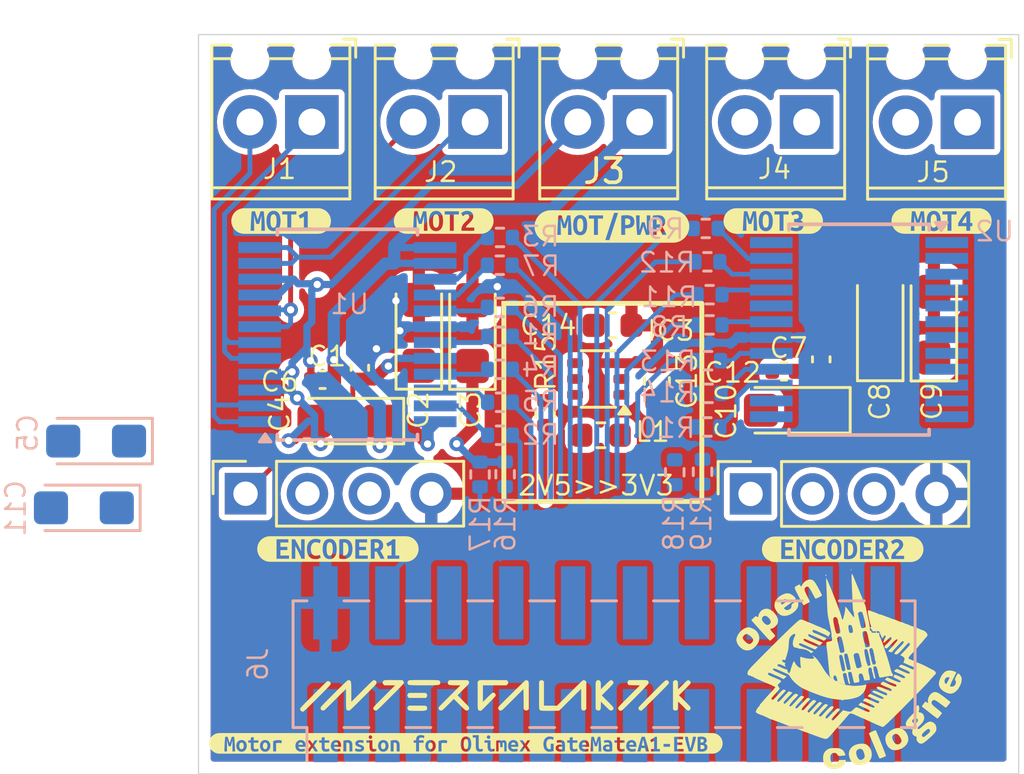
<source format=kicad_pcb>
(kicad_pcb (version 20240108) (generator "pcbnew") (generator_version "8.0")
  (layers (0 "F.Cu" signal) (1 "In1.Cu" signal) (2 "In2.Cu" signal) (31 "B.Cu" signal) (34 "B.Paste" user) (35 "F.Paste" user) (36 "B.SilkS" user "B.Silkscreen") (37 "F.SilkS" user "F.Silkscreen") (38 "B.Mask" user) (39 "F.Mask" user) (44 "Edge.Cuts" user))
  (net 0 "")
  (net 1 "+3V3")
  (net 2 "GND")
  (net 3 "VCC_MOTOR")
  (net 4 "GND1")
  (net 5 "+2V5")
  (net 8 "Net-(J1-Pin_1)")
  (net 9 "Net-(J1-Pin_2)")
  (net 10 "Net-(J2-Pin_2)")
  (net 11 "Net-(J2-Pin_1)")
  (net 12 "Net-(J4-Pin_1)")
  (net 13 "Net-(J4-Pin_2)")
  (net 14 "Net-(J5-Pin_2)")
  (net 15 "Net-(J5-Pin_1)")
  (net 16 "/NB_A3")
  (net 17 "/NB_A8")
  (net 18 "/NB_B8")
  (net 19 "/NB_B5")
  (net 20 "/NB_A0")
  (net 21 "/NB_B4")
  (net 22 "/NB_A7")
  (net 23 "/NB_B6")
  (net 24 "/NB_A4")
  (net 25 "/NB_B2")
  (net 26 "/NB_A5")
  (net 27 "/NB_B3")
  (net 28 "/NB_A2")
  (net 29 "/NB_B7")
  (net 30 "/NB_A1")
  (net 31 "/NB_A6")
  (net 32 "/NB_B0")
  (net 33 "/NB_B1")
  (net 34 "Net-(U1-STBY)")
  (net 35 "Net-(U1-PWMA)")
  (net 36 "Net-(U1-PWMB)")
  (net 37 "Net-(U1-AIN1)")
  (net 38 "Net-(U1-AIN2)")
  (net 39 "Net-(U1-BIN1)")
  (net 40 "Net-(U1-BIN2)")
  (net 41 "Net-(U2-STBY)")
  (net 42 "Net-(U2-PWMA)")
  (net 43 "Net-(U2-PWMB)")
  (net 44 "Net-(U2-AIN1)")
  (net 45 "Net-(U2-AIN2)")
  (net 46 "Net-(U2-BIN1)")
  (net 47 "Net-(U2-BIN2)")
  (net 48 "/MOTOR_1/STBY")
  (net 49 "/MOTOR_2/STBY")
  (footprint "Capacitor_Tantalum_SMD:CP_EIA-3216-18_Kemet-A" (layer "F.Cu") (at 87.95 72.2875 90)
    (property "Reference" "C3")
    (property "Value" "10u")
  )
  (footprint "Capacitor_SMD:C_0402_1005Metric" (layer "F.Cu") (at 102.26 73.365 90)
    (property "Reference" "C7")
    (property "Value" "100n")
  )
  (footprint "Capacitor_Tantalum_SMD:CP_EIA-3216-18_Kemet-A" (layer "F.Cu") (at 85.75 72.2775 90)
    (property "Reference" "C2")
    (property "Value" "10u")
  )
  (footprint "kibuzzard-6746334D" (layer "F.Cu") (at 103.14 81.16)
    (property "Reference" "kibuzzard-6746334D" (hide yes))
    (property "Value" "G***" (hide yes))
  )
  (footprint "Resistor_SMD:R_0402_1005Metric" (layer "F.Cu") (at 90.93 75.57 90)
    (property "Reference" "R15")
    (property "Value" "10K")
  )
  (footprint "kibuzzard-674632E9" (layer "F.Cu") (at 100.29 67.685)
    (property "Reference" "kibuzzard-674632E9" (hide yes))
    (property "Value" "G***" (hide yes))
  )
  (footprint "Capacitor_SMD:C_0402_1005Metric" (layer "F.Cu") (at 83.33 73.71 90)
    (property "Reference" "C1")
    (property "Value" "100n")
  )
  (footprint "kibuzzard-67463311" (layer "F.Cu") (at 86.77 67.685)
    (property "Reference" "kibuzzard-67463311" (hide yes))
    (property "Value" "G***" (hide yes))
  )
  (footprint "Capacitor_Tantalum_SMD:CP_EIA-3216-18_Kemet-A" (layer "F.Cu") (at 101.1375 75.455 180)
    (property "Reference" "C10")
    (property "Value" "10u")
  )
  (footprint "Capacitor_Tantalum_SMD:CP_EIA-3216-18_Kemet-A" (layer "F.Cu") (at 104.68 71.9325 90)
    (property "Reference" "C8")
    (property "Value" "10u")
  )
  (footprint "kibuzzard-674632F5" (layer "F.Cu") (at 93.67 67.91)
    (property "Reference" "kibuzzard-674632F5" (hide yes))
    (property "Value" "G***" (hide yes))
  )
  (footprint "Connector_PinSocket_2.54mm:PinSocket_1x04_P2.54mm_Vertical" (layer "F.Cu") (at 99.36 78.89 90)
    (property "Reference" "J8" (hide yes))
    (property "Value" "ENC2")
  )
  (footprint "Package_TO_SOT_SMD:SOT-363_SC-70-6" (layer "F.Cu") (at 93.11 74.17 180)
    (property "Reference" "IC3")
    (property "Value" "TLV61225DC")
  )
  (footprint "Capacitor_Tantalum_SMD:CP_EIA-3216-18_Kemet-A" (layer "F.Cu") (at 106.88 71.9425 90)
    (property "Reference" "C9")
    (property "Value" "10u")
  )
  (footprint "TerminalBlock_Phoenix:TerminalBlock_Phoenix_MPT-0,5-2-2.54_1x02_P2.54mm_Horizontal" (layer "F.Cu") (at 101.66 63.62 180)
    (property "Reference" "J4")
    (property "Value" "MOTOR1")
  )
  (footprint "kibuzzard-674632D6" (layer "F.Cu") (at 107.196359 67.685)
    (property "Reference" "kibuzzard-674632D6" (hide yes))
    (property "Value" "G***" (hide yes))
  )
  (footprint "Connector_PinSocket_2.54mm:PinSocket_1x04_P2.54mm_Vertical" (layer "F.Cu") (at 78.64 78.88 90)
    (property "Reference" "J7" (hide yes))
    (property "Value" "ENC1")
  )
  (footprint "TerminalBlock_Phoenix:TerminalBlock_Phoenix_MPT-0,5-2-2.54_1x02_P2.54mm_Horizontal" (layer "F.Cu") (at 94.81 63.62 180)
    (property "Reference" "J3")
    (property "Value" "VCC_MOTOR")
  )
  (footprint "kibuzzard-674632A1" (layer "F.Cu") (at 80.1 67.685)
    (property "Reference" "kibuzzard-674632A1" (hide yes))
    (property "Value" "G***" (hide yes))
  )
  (footprint "kibuzzard-6746333A" (layer "F.Cu") (at 82.43 81.15)
    (property "Reference" "kibuzzard-6746333A" (hide yes))
    (property "Value" "G***" (hide yes))
  )
  (footprint "Capacitor_Tantalum_SMD:CP_EIA-3216-18_Kemet-A" (layer "F.Cu") (at 82.82 75.9 180)
    (property "Reference" "C4")
    (property "Value" "10u")
  )
  (footprint "Capacitor_SMD:C_0402_1005Metric" (layer "F.Cu") (at 81.8 74.2 180)
    (property "Reference" "C6")
    (property "Value" "100n")
  )
  (footprint "PCM_Intergalaktik:Intergalaktik logo" (layer "F.Cu") (at 88.93 87.04)
    (property "Reference" "G***" (hide yes))
    (property "Value" "LOGO" (hide yes))
  )
  (footprint "TerminalBlock_Phoenix:TerminalBlock_Phoenix_MPT-0,5-2-2.54_1x02_P2.54mm_Horizontal" (layer "F.Cu") (at 108.26 63.63 180)
    (property "Reference" "J5")
    (property "Value" "MOTOR2")
  )
  (footprint "kibuzzard-67464255" (layer "F.Cu") (at 87.68 89.13)
    (property "Reference" "kibuzzard-67464255" (hide yes))
    (property "Value" "G***" (hide yes))
  )
  (footprint "TerminalBlock_Phoenix:TerminalBlock_Phoenix_MPT-0,5-2-2.54_1x02_P2.54mm_Horizontal" (layer "F.Cu") (at 88.06 63.62 180)
    (property "Reference" "J2")
    (property "Value" "MOTOR2")
  )
  (footprint "Inductor_SMD:L_0603_1608Metric" (layer "F.Cu") (at 93.22 76.48)
    (property "Reference" "L1")
    (property "Value" "4.7uH")
  )
  (footprint "Capacitor_SMD:C_0603_1608Metric" (layer "F.Cu") (at 93.7 71.97)
    (property "Reference" "C14")
    (property "Value" "10uF")
  )
  (footprint "Cologne:open_cologne" (layer "F.Cu") (at 103.283146 86.105736)
    (property "Reference" "G***" (hide yes))
    (property "Value" "LOGO" (hide yes))
  )
  (footprint "Capacitor_SMD:C_0402_1005Metric" (layer "F.Cu") (at 100.73 73.855 180)
    (property "Reference" "C12")
    (property "Value" "100n")
  )
  (footprint "Capacitor_SMD:C_0603_1608Metric" (layer "F.Cu") (at 95.52 74.255 90)
    (property "Reference" "C13")
    (property "Value" "10uF")
  )
  (footprint "TerminalBlock_Phoenix:TerminalBlock_Phoenix_MPT-0,5-2-2.54_1x02_P2.54mm_Horizontal" (layer "F.Cu") (at 81.36 63.62 180)
    (property "Reference" "J1")
    (property "Value" "MOTOR1")
  )
  (footprint "Resistor_SMD:R_0402_1005Metric" (layer "B.Cu") (at 89.08 72.420001 180)
    (property "Reference" "R1")
    (property "Value" "R200")
  )
  (footprint "Resistor_SMD:R_0402_1005Metric" (layer "B.Cu") (at 97.64 74.76)
    (property "Reference" "R14")
    (property "Value" "R200")
  )
  (footprint "Resistor_SMD:R_0402_1005Metric" (layer "B.Cu") (at 89.08 68.36 180)
    (property "Reference" "R3")
    (property "Value" "R200")
  )
  (footprint "Resistor_SMD:R_0402_1005Metric" (layer "B.Cu") (at 89.07 71.23 180)
    (property "Reference" "R6")
    (property "Value" "R200")
  )
  (footprint "Resistor_SMD:R_0402_1005Metric" (layer "B.Cu") (at 89.08 76.48 180)
    (property "Reference" "R2")
    (property "Value" "R200")
  )
  (footprint "Resistor_SMD:R_0402_1005Metric" (layer "B.Cu") (at 97.68 70.71)
    (property "Reference" "R11")
    (property "Value" "R200")
  )
  (footprint "Package_SO:SSOP-24_5.3x8.2mm_P0.65mm" (layer "B.Cu") (at 82.82 72.35)
    (property "Reference" "U1")
    (property "Value" "TB6612FNG")
  )
  (footprint "Resistor_SMD:R_0402_1005Metric" (layer "B.Cu") (at 89.08 75.126667 180)
    (property "Reference" "R5")
    (property "Value" "R200")
  )
  (footprint "Resistor_SMD:R_0402_1005Metric" (layer "B.Cu") (at 89.08 73.773334 180)
    (property "Reference" "R4")
    (property "Value" "R200")
  )
  (footprint "Resistor_SMD:R_0402_1005Metric" (layer "B.Cu") (at 88.26 78.09 -90)
    (property "Reference" "R17")
    (property "Value" "10K")
  )
  (footprint "Resistor_SMD:R_0402_1005Metric" (layer "B.Cu") (at 89.29 78.08 -90)
    (property "Reference" "R16")
    (property "Value" "10K")
  )
  (footprint "Connector_PinSocket_2.54mm:PinSocket_2x10_P2.54mm_Vertical_SMD" (layer "B.Cu") (at 93.35 85.88 -90)
    (property "Reference" "J6")
    (property "Value" "MISC")
  )
  (footprint "Resistor_SMD:R_0402_1005Metric" (layer "B.Cu") (at 97.59 76.14)
    (property "Reference" "R10")
    (property "Value" "R200")
  )
  (footprint "Resistor_SMD:R_0402_1005Metric" (layer "B.Cu") (at 89.07 69.5 180)
    (property "Reference" "R7")
    (property "Value" "R200")
  )
  (footprint "Resistor_SMD:R_0402_1005Metric" (layer "B.Cu") (at 97.39 77.98 -90)
    (property "Reference" "R19")
    (property "Value" "10K")
  )
  (footprint "Resistor_SMD:R_0402_1005Metric" (layer "B.Cu") (at 96.25 78 -90)
    (property "Reference" "R18")
    (property "Value" "10K")
  )
  (footprint "Package_SO:SSOP-24_5.3x8.2mm_P0.65mm" (layer "B.Cu") (at 103.81 72.145 180)
    (property "Reference" "U2")
    (property "Value" "TB6612FNG")
  )
  (footprint "Resistor_SMD:R_0402_1005Metric" (layer "B.Cu") (at 97.62 73.42)
    (property "Reference" "R13")
    (property "Value" "R200")
  )
  (footprint "Resistor_SMD:R_0402_1005Metric" (layer "B.Cu") (at 97.52 67.99)
    (property "Reference" "R9")
    (property "Value" "R200")
  )
  (footprint "Capacitor_Tantalum_SMD:CP_EIA-3216-18_Kemet-A" (layer "B.Cu") (at 72.0075 79.46 180)
    (property "Reference" "C11")
    (property "Value" "10u")
  )
  (footprint "Capacitor_Tantalum_SMD:CP_EIA-3216-18_Kemet-A" (layer "B.Cu") (at 72.51 76.72 180)
    (property "Reference" "C5")
    (property "Value" "10u")
  )
  (footprint "Resistor_SMD:R_0402_1005Metric" (layer "B.Cu") (at 97.68 71.95)
    (property "Reference" "R8")
    (property "Value" "R200")
  )
  (footprint "Resistor_SMD:R_0402_1005Metric" (layer "B.Cu") (at 97.59 69.36)
    (property "Reference" "R12")
    (property "Value" "R200")
  )
  (gr_rect (start 89.237282 71.066668) (end 97.36 79.2) (stroke (width 0.2)) (fill none) (layer "F.SilkS"))
  (gr_rect (start 76.71 60.03) (end 110.36 90.38) (stroke (width 0.05)) (fill none) (layer "Edge.Cuts"))
  (gr_text "2V5>>3V3" (at 89.76 79.01 0) (layer "F.SilkS") (effects (font (size 0.8 0.8) (thickness 0.1)) (justify left bottom)))
  (segment (start 87.95 76.18) (end 87.3 76.83) (width 0.5) (layer "F.Cu") (net 1))
  (segment (start 83.91 74.19) (end 84.4725 73.6275) (width 0.5) (layer "F.Cu") (net 1))
  (segment (start 87.94 73.6275) (end 87.95 73.6375) (width 0.5) (layer "F.Cu") (net 1))
  (segment (start 85.75 73.6275) (end 87.94 73.6275) (width 0.5) (layer "F.Cu") (net 1))
  (segment (start 83.33 74.19) (end 83.91 74.19) (width 0.5) (layer "F.Cu") (net 1))
  (segment (start 87.95 73.6375) (end 87.95 76.18) (width 0.5) (layer "F.Cu") (net 1))
  (segment (start 83.04 74.48) (end 83.04 77.2) (width 0.2) (layer "F.Cu") (net 1))
  (segment (start 84.4875 73.6275) (end 84.5 73.64) (width 0.5) (layer "F.Cu") (net 1))
  (segment (start 83.33 74.19) (end 83.04 74.48) (width 0.2) (layer "F.Cu") (net 1))
  (segment (start 79.89 77.63) (end 78.64 78.88) (width 0.2) (layer "F.Cu") (net 1))
  (segment (start 84.5125 73.6275) (end 85.75 73.6275) (width 0.5) (layer "F.Cu") (net 1))
  (segment (start 82.61 77.63) (end 79.89 77.63) (width 0.2) (layer "F.Cu") (net 1))
  (segment (start 84.4725 73.6275) (end 84.4875 73.6275) (width 0.5) (layer "F.Cu") (net 1))
  (segment (start 83.04 77.2) (end 82.61 77.63) (width 0.2) (layer "F.Cu") (net 1))
  (segment (start 84.5 73.64) (end 84.5125 73.6275) (width 0.5) (layer "F.Cu") (net 1))
  (via (at 84.5 73.64) (size 0.6) (drill 0.3) (layers "F.Cu" "B.Cu") (net 1))
  (via (at 87.3 76.83) (size 0.6) (drill 0.3) (layers "F.Cu" "B.Cu") (net 1))
  (segment (start 88.05 77.58) (end 87.3 76.83) (width 0.3) (layer "B.Cu") (net 1))
  (segment (start 86.42 73.325) (end 84.815 73.325) (width 0.3) (layer "B.Cu") (net 1))
  (segment (start 89.29 77.57) (end 89.28 77.58) (width 0.3) (layer "B.Cu") (net 1))
  (segment (start 89.28 77.58) (end 88.26 77.58) (width 0.3) (layer "B.Cu") (net 1))
  (segment (start 84.815 73.325) (end 84.5 73.64) (width 0.3) (layer "B.Cu") (net 1))
  (segment (start 88.26 77.58) (end 88.05 77.58) (width 0.3) (layer "B.Cu") (net 1))
  (segment (start 87.94 70.9275) (end 87.95 70.9375) (width 0.5) (layer "F.Cu") (net 2))
  (segment (start 87.95 70.9375) (end 88.4125 70.9375) (width 0.5) (layer "F.Cu") (net 2))
  (segment (start 85.75 70.9275) (end 84.8425 70.9275) (width 0.5) (layer "F.Cu") (net 2))
  (segment (start 83.63 72.93) (end 83.33 73.23) (width 0.2) (layer "F.Cu") (net 2))
  (segment (start 84.8425 70.9275) (end 84.81 70.96) (width 0.5) (layer "F.Cu") (net 2))
  (segment (start 88.4125 70.9375) (end 88.97 70.38) (width 0.5) (layer "F.Cu") (net 2))
  (segment (start 84.01 72.93) (end 83.63 72.93) (width 0.2) (layer "F.Cu") (net 2))
  (segment (start 85.75 70.9275) (end 87.94 70.9275) (width 0.5) (layer "F.Cu") (net 2))
  (via (at 84.97 72.19) (size 0.6) (drill 0.3) (layers "F.Cu" "B.Cu") (net 2))
  (via (at 84.81 70.96) (size 0.6) (drill 0.3) (layers "F.Cu" "B.Cu") (net 2))
  (via (at 84.01 72.93) (size 0.6) (drill 0.3) (layers "F.Cu" "B.Cu") (net 2))
  (via (at 88.97 70.38) (size 0.6) (drill 0.3) (layers "F.Cu" "B.Cu") (net 2))
  (segment (start 85.135 72.025) (end 84.97 72.19) (width 0.2) (layer "B.Cu") (net 2))
  (segment (start 86.42 72.025) (end 85.135 72.025) (width 0.2) (layer "B.Cu") (net 2))
  (segment (start 82.26 74.18) (end 82.28 74.2) (width 0.5) (layer "F.Cu") (net 3))
  (segment (start 84.17 75.9) (end 84.15 75.92) (width 0.5) (layer "F.Cu") (net 3))
  (segment (start 82.26 73.38) (end 82.26 74.18) (width 0.5) (layer "F.Cu") (net 3))
  (segment (start 85.17 75.9) (end 86.11 76.84) (width 0.5) (layer "F.Cu") (net 3))
  (segment (start 84.17 75.9) (end 85.17 75.9) (width 0.5) (layer "F.Cu") (net 3))
  (segment (start 84.15 75.92) (end 84.15 76.91) (width 0.5) (layer "F.Cu") (net 3))
  (via (at 82.26 73.38) (size 0.6) (drill 0.3) (layers "F.Cu" "B.Cu") (net 3))
  (via (at 86.11 76.84) (size 0.6) (drill 0.3) (layers "F.Cu" "B.Cu") (net 3))
  (via (at 84.15 76.91) (size 0.6) (drill 0.3) (layers "F.Cu" "B.Cu") (net 3))
  (segment (start 86.42 68.775) (end 84.755 68.775) (width 0.3) (layer "B.Cu") (net 3))
  (segment (start 91.24 67.19) (end 94.81 63.62) (width 0.5) (layer "B.Cu") (net 3))
  (segment (start 84.755 68.685) (end 86.25 67.19) (width 0.5) (layer "B.Cu") (net 3))
  (segment (start 86.42 69.425) (end 84.745 69.425) (width 0.3) (layer "B.Cu") (net 3))
  (segment (start 84.755 68.775) (end 84.755 68.685) (width 0.5) (layer "B.Cu") (net 3))
  (segment (start 84.745 69.425) (end 84.74 69.43) (width 0.3) (layer "B.Cu") (net 3))
  (segment (start 86.11 76.84) (end 86.11 76.26) (width 0.5) (layer "B.Cu") (net 3))
  (segment (start 84.15 76.91) (end 84.15 75.27) (width 0.5) (layer "B.Cu") (net 3))
  (segment (start 86.11 76.26) (end 86.42 75.95) (width 0.5) (layer "B.Cu") (net 3))
  (segment (start 84.74 69.43) (end 84.74 68.79) (width 0.5) (layer "B.Cu") (net 3))
  (segment (start 82.26 73.38) (end 82.26 71.55) (width 0.5) (layer "B.Cu") (net 3))
  (segment (start 86.25 67.19) (end 91.24 67.19) (width 0.5) (layer "B.Cu") (net 3))
  (segment (start 84.74 68.79) (end 84.755 68.775) (width 0.5) (layer "B.Cu") (net 3))
  (segment (start 84.38 69.43) (end 84.74 69.43) (width 0.5) (layer "B.Cu") (net 3))
  (segment (start 82.26 71.55) (end 84.38 69.43) (width 0.5) (layer "B.Cu") (net 3))
  (segment (start 84.15 75.27) (end 82.26 73.38) (width 0.5) (layer "B.Cu") (net 3))
  (segment (start 80.67 76.7) (end 80.41 76.7) (width 0.3) (layer "F.Cu") (net 4))
  (segment (start 81.32 73.44) (end 81.3 73.42) (width 0.3) (layer "F.Cu") (net 4))
  (segment (start 81.47 75.9) (end 81.47 76.58) (width 0.3) (layer "F.Cu") (net 4))
  (segment (start 80.76 74.95) (end 81.47 75.66) (width 0.3) (layer "F.Cu") (net 4))
  (segment (start 81.47 75.9) (end 80.67 76.7) (width 0.3) (layer "F.Cu") (net 4))
  (segment (start 81.32 74.2) (end 81.32 73.44) (width 0.3) (layer "F.Cu") (net 4))
  (segment (start 81.47 76.58) (end 81.72 76.83) (width 0.3) (layer "F.Cu") (net 4))
  (segment (start 81.47 75.66) (end 81.47 75.9) (width 0.3) (layer "F.Cu") (net 4))
  (via (at 80.76 74.95) (size 0.6) (drill 0.3) (layers "F.Cu" "B.Cu") (net 4))
  (via (at 81.58 70.29) (size 0.6) (drill 0.3) (layers "F.Cu" "B.Cu") (net 4))
  (via (at 80.41 76.7) (size 0.6) (drill 0.3) (layers "F.Cu" "B.Cu") (net 4))
  (via (at 81.72 76.83) (size 0.6) (drill 0.3) (layers "F.Cu" "B.Cu") (net 4))
  (via (at 80.55 73.88) (size 0.6) (drill 0.3) (layers "F.Cu" "B.Cu") (net 4))
  (via (at 81.3 73.42) (size 0.6) (drill 0.3) (layers "F.Cu" "B.Cu") (net 4))
  (segment (start 80.455 73.975) (end 79.22 73.975) (width 0.3) (layer "B.Cu") (net 4))
  (segment (start 81.36 70.51) (end 81.36 71.82) (width 0.3) (layer "B.Cu") (net 4))
  (segment (start 80.55 73.88) (end 80.455 73.975) (width 0.3) (layer "B.Cu") (net 4))
  (segment (start 81.47 75.9) (end 81.47 76.58) (width 0.3) (layer "B.Cu") (net 4))
  (segment (start 79.22 70.725) (end 79.965 70.725) (width 0.3) (layer "B.Cu") (net 4))
  (segment (start 81.16 73.28) (end 81.3 73.42) (width 0.3) (layer "B.Cu") (net 4))
  (segment (start 80.76 74.95) (end 81.47 75.66) (width 0.3) (layer "B.Cu") (net 4))
  (segment (start 80.55 73.5) (end 80.55 73.88) (width 0.3) (layer "B.Cu") (net 4))
  (segment (start 80.76 74.95) (end 80.55 74.74) (width 0.3) (layer "B.Cu") (net 4))
  (segment (start 81.47 75.9) (end 81.21 75.9) (width 0.3) (layer "B.Cu") (net 4))
  (segment (start 82.16005 70.29) (end 86.23005 66.22) (width 0.3) (layer "B.Cu") (net 4))
  (segment (start 80.435 74.625) (end 79.22 74.625) (width 0.3) (layer "B.Cu") (net 4))
  (segment (start 92.27 63.72) (end 92.27 63.62) (width 0.3) (layer "B.Cu") (net 4))
  (segment (start 80.55 74.74) (end 80.55 73.5) (width 0.3) (layer "B.Cu") (net 4))
  (segment (start 89.77 66.22) (end 92.27 63.72) (width 0.3) (layer "B.Cu") (net 4))
  (segment (start 81.58 70.29) (end 82.16005 70.29) (width 0.3) (layer "B.Cu") (net 4))
  (segment (start 81.16 72.89) (end 81.16 73.28) (width 0.3) (layer "B.Cu") (net 4))
  (segment (start 79.965 70.725) (end 80.615 70.075) (width 0.3) (layer "B.Cu") (net 4))
  (segment (start 80.76 74.95) (end 80.435 74.625) (width 0.3) (layer "B.Cu") (net 4))
  (segment (start 81.58 70.29) (end 81.36 70.51) (width 0.3) (layer "B.Cu") (net 4))
  (segment (start 81.47 76.58) (end 81.72 76.83) (width 0.3) (layer "B.Cu") (net 4))
  (segment (start 81.47 75.66) (end 81.47 75.9) (width 0.3) (layer "B.Cu") (net 4))
  (segment (start 81.16 72.02) (end 81.16 72.89) (width 0.3) (layer "B.Cu") (net 4))
  (segment (start 81.55 70.26) (end 80.8 70.26) (width 0.3) (layer "B.Cu") (net 4))
  (segment (start 81.21 75.9) (end 80.41 76.7) (width 0.3) (layer "B.Cu") (net 4))
  (segment (start 81.58 70.29) (end 81.55 70.26) (width 0.3) (layer "B.Cu") (net 4))
  (segment (start 86.23005 66.22) (end 89.77 66.22) (width 0.3) (layer "B.Cu") (net 4))
  (segment (start 79.22 70.075) (end 80.615 70.075) (width 0.3) (layer "B.Cu") (net 4))
  (segment (start 81.36 71.82) (end 81.16 72.02) (width 0.3) (layer "B.Cu") (net 4))
  (segment (start 81.16 72.89) (end 80.55 73.5) (width 0.3) (layer "B.Cu") (net 4))
  (segment (start 80.8 70.26) (end 80.615 70.075) (width 0.3) (layer "B.Cu") (net 4))
  (segment (start 90.93 76.08) (end 90.93 79.11) (width 0.2) (layer "F.Cu") (net 5))
  (segment (start 90.93 79.11) (end 90.94 79.12) (width 0.2) (layer "F.Cu") (net 5))
  (segment (start 78.065 73.325) (end 79.22 73.325) (width 0.2) (layer "B.Cu") (net 8))
  (segment (start 77.78 72.48) (end 77.78 73.04) (width 0.2) (layer "B.Cu") (net 8))
  (segment (start 81.36 63.82) (end 77.78 67.4) (width 0.2) (layer "B.Cu") (net 8))
  (segment (start 77.78 72.48) (end 77.975 72.675) (width 0.2) (layer "B.Cu") (net 8))
  (segment (start 77.975 72.675) (end 79.22 72.675) (width 0.2) (layer "B.Cu") (net 8))
  (segment (start 77.78 73.04) (end 78.065 73.325) (width 0.2) (layer "B.Cu") (net 8))
  (segment (start 81.36 63.62) (end 81.36 63.82) (width 0.2) (layer "B.Cu") (net 8))
  (segment (start 77.78 67.4) (end 77.78 72.48) (width 0.2) (layer "B.Cu") (net 8))
  (segment (start 78.82 65.73) (end 77.35 67.2) (width 0.2) (layer "B.Cu") (net 9))
  (segment (start 78.82 63.62) (end 78.82 65.73) (width 0.2) (layer "B.Cu") (net 9))
  (segment (start 77.35 75.69) (end 77.585 75.925) (width 0.2) (layer "B.Cu") (net 9))
  (segment (start 77.585 75.925) (end 79.22 75.925) (width 0.2) (layer "B.Cu") (net 9))
  (segment (start 77.35 75.24) (end 77.35 75.69) (width 0.2) (layer "B.Cu") (net 9))
  (segment (start 77.35 67.2) (end 77.35 75.24) (width 0.2) (layer "B.Cu") (net 9))
  (segment (start 77.35 75.24) (end 79.185 75.24) (width 0.2) (layer "B.Cu") (net 9))
  (segment (start 79.185 75.24) (end 79.22 75.275) (width 0.2) (layer "B.Cu") (net 9))
  (segment (start 82.24 65.97) (end 80.49 67.72) (width 0.2) (layer "F.Cu") (net 10))
  (segment (start 83.17 65.97) (end 82.24 65.97) (width 0.2) (layer "F.Cu") (net 10))
  (segment (start 80.49 67.72) (end 80.49 71.33) (width 0.2) (layer "F.Cu") (net 10))
  (segment (start 85.52 63.62) (end 83.17 65.97) (width 0.2) (layer "F.Cu") (net 10))
  (via (at 80.49 71.33) (size 0.6) (drill 0.3) (layers "F.Cu" "B.Cu") (net 10))
  (segment (start 79.265 71.33) (end 79.22 71.375) (width 0.2) (layer "B.Cu") (net 10))
  (segment (start 79.22 72.025) (end 80.355 72.025) (width 0.2) (layer "B.Cu") (net 10))
  (segment (start 80.355 72.025) (end 80.49 71.89) (width 0.2) (layer "B.Cu") (net 10))
  (segment (start 80.49 71.89) (end 80.49 71.33) (width 0.2) (layer "B.Cu") (net 10))
  (segment (start 80.49 71.33) (end 79.265 71.33) (width 0.2) (layer "B.Cu") (net 10))
  (segment (start 80.77 69.17) (end 80.515 69.425) (width 0.2) (layer "B.Cu") (net 11))
  (segment (start 80.77 69.17) (end 82.13 69.17) (width 0.2) (layer "B.Cu") (net 11))
  (segment (start 80.515 69.425) (end 79.22 69.425) (width 0.2) (layer "B.Cu") (net 11))
  (segment (start 82.13 69.17) (end 87.68 63.62) (width 0.2) (layer "B.Cu") (net 11))
  (segment (start 80.375 68.775) (end 80.77 69.17) (width 0.2) (layer "B.Cu") (net 11))
  (segment (start 87.68 63.62) (end 88.06 63.62) (width 0.2) (layer "B.Cu") (net 11))
  (segment (start 79.22 68.775) (end 80.375 68.775) (width 0.2) (layer "B.Cu") (net 11))
  (segment (start 89.59 73.773334) (end 89.59 73.83) (width 0.2) (layer "B.Cu") (net 16))
  (segment (start 90.76 75) (end 90.76 79.19) (width 0.2) (layer "B.Cu") (net 16))
  (segment (start 89.59 73.83) (end 90.76 75) (width 0.2) (layer "B.Cu") (net 16))
  (segment (start 90.76 79.19) (end 90.75 79.2) (width 0.2) (layer "B.Cu") (net 16))
  (segment (start 94.73 74.77) (end 94.73 76.45) (width 0.2) (layer "B.Cu") (net 19))
  (segment (start 94.73 76.45) (end 94.68 76.5) (width 0.2) (layer "B.Cu") (net 19))
  (segment (start 96.08 73.42) (end 94.73 74.77) (width 0.2) (layer "B.Cu") (net 19))
  (segment (start 97.11 73.42) (end 96.08 73.42) (width 0.2) (layer "B.Cu") (net 19))
  (segment (start 84.46 87.39) (end 84.46 88.4) (width 0.2) (layer "B.Cu") (net 20))
  (segment (start 83.26 86.19) (end 84.46 87.39) (width 0.2) (layer "B.Cu") (net 20))
  (segment (start 84.67 80.17) (end 83.26 81.58) (width 0.2) (layer "B.Cu") (net 20))
  (segment (start 88.26 79.26) (end 87.35 80.17) (width 0.2) (layer "B.Cu") (net 20))
  (segment (start 88.26 78.6) (end 88.26 79.26) (width 0.2) (layer "B.Cu") (net 20))
  (segment (start 87.35 80.17) (end 84.67 80.17) (width 0.2) (layer "B.Cu") (net 20))
  (segment (start 83.26 81.58) (end 83.26 86.19) (width 0.2) (layer "B.Cu") (net 20))
  (segment (start 93.48 71.34) (end 93.48 78.73) (width 0.2) (layer "B.Cu") (net 21))
  (segment (start 97.08 69.36) (end 95.46 69.36) (width 0.2) (layer "B.Cu") (net 21))
  (segment (start 95.46 69.36) (end 93.48 71.34) (width 0.2) (layer "B.Cu") (net 21))
  (segment (start 90.35 75.95) (end 90.35 79.95) (width 0.2) (layer "B.Cu") (net 24))
  (segment (start 89.59 75.19) (end 90.35 75.95) (width 0.2) (layer "B.Cu") (net 24))
  (segment (start 89 81.3) (end 89 81.48) (width 0.2) (layer "B.Cu") (net 24))
  (segment (start 89.59 75.126667) (end 89.59 75.19) (width 0.2) (layer "B.Cu") (net 24))
  (segment (start 90.35 79.95) (end 89 81.3) (width 0.2) (layer "B.Cu") (net 24))
  (segment (start 89 81.48) (end 89.08 81.56) (width 0.2) (layer "B.Cu") (net 24))
  (segment (start 91.56 73.21) (end 91.56 79.13) (width 0.2) (layer "B.Cu") (net 26))
  (segment (start 89.58 71.23) (end 91.56 73.21) (width 0.2) (layer "B.Cu") (net 26))
  (segment (start 91.56 79.13) (end 91.57 79.14) (width 0.2) (layer "B.Cu") (net 26))
  (segment (start 96.27 70.71) (end 93.88 73.1) (width 0.2) (layer "B.Cu") (net 27))
  (segment (start 93.88 73.1) (end 93.88 78.62) (width 0.2) (layer "B.Cu") (net 27))
  (segment (start 97.17 70.71) (end 96.27 70.71) (width 0.2) (layer "B.Cu") (net 27))
  (segment (start 89.59 68.36) (end 92.36 71.13) (width 0.2) (layer "B.Cu") (net 28))
  (segment (start 92.36 71.13) (end 92.36 78.8) (width 0.2) (layer "B.Cu") (net 28))
  (segment (start 89.59 76.48) (end 89.91 76.8) (width 0.2) (layer "B.Cu") (net 30))
  (segment (start 89.91 79.62) (end 88.34 81.19) (width 0.2) (layer "B.Cu") (net 30))
  (segment (start 86.15 81.43) (end 85.88 81.7) (width 0.2) (layer "B.Cu") (net 30))
  (segment (start 85.88 81.7) (end 85.88 86.33) (width 0.2) (layer "B.Cu") (net 30))
  (segment (start 86.86 81.19) (end 86.39 81.19) (width 0.2) (layer "B.Cu") (net 30))
  (segment (start 85.88 86.33) (end 86.26 86.71) (width 0.2) (layer "B.Cu") (net 30))
  (segment (start 88.34 81.19) (end 86.86 81.19) (width 0.2) (layer "B.Cu") (net 30))
  (segment (start 86.39 81.19) (end 86.15 81.43) (width 0.2) (layer "B.Cu") (net 30))
  (segment (start 89.91 76.8) (end 89.91 79.62) (width 0.2) (layer "B.Cu") (net 30))
  (segment (start 86.26 86.71) (end 86.26 86.75) (width 0.2) (layer "B.Cu") (net 30))
  (segment (start 91.96 71.82) (end 91.96 78.94) (width 0.2) (layer "B.Cu") (net 31))
  (segment (start 89.64 69.5) (end 91.96 71.82) (width 0.2) (layer "B.Cu") (net 31))
  (segment (start 89.58 69.5) (end 89.64 69.5) (width 0.2) (layer "B.Cu") (net 31))
  (segment (start 86.14 80.63) (end 84.46 82.31) (width 0.2) (layer "B.Cu") (net 32))
  (segment (start 89.29 79.26) (end 87.92 80.63) (width 0.2) (layer "B.Cu") (net 32))
  (segment (start 84.46 82.31) (end 84.46 83.36) (width 0.2) (layer "B.Cu") (net 32))
  (segment (start 87.92 80.63) (end 86.14 80.63) (width 0.2) (layer "B.Cu") (net 32))
  (segment (start 89.29 78.59) (end 89.29 79.26) (width 0.2) (layer "B.Cu") (net 32))
  (segment (start 96.1 67.99) (end 93.05 71.04) (width 0.2) (layer "B.Cu") (net 33))
  (segment (start 97.01 67.99) (end 96.1 67.99) (width 0.2) (layer "B.Cu") (net 33))
  (segment (start 93.05 78.81) (end 93.03 78.83) (width 0.2) (layer "B.Cu") (net 33))
  (segment (start 93.05 71.04) (end 93.05 78.81) (width 0.2) (layer "B.Cu") (net 33))
  (segment (start 88.315001 72.675) (end 88.57 72.420001) (width 0.2) (layer "B.Cu") (net 34))
  (segment (start 86.42 72.675) (end 88.315001 72.675) (width 0.2) (layer "B.Cu") (net 34))
  (segment (start 86.42 75.275) (end 87.365 75.275) (width 0.2) (layer "B.Cu") (net 35))
  (segment (start 87.365 75.275) (end 88.57 76.48) (width 0.2) (layer "B.Cu") (net 35))
  (segment (start 88.44 68.36) (end 88.57 68.36) (width 0.2) (layer "B.Cu") (net 36))
  (segment (start 86.42 70.075) (end 87.315 70.075) (width 0.2) (layer "B.Cu") (net 36))
  (segment (start 87.68 69.71) (end 87.68 69.12) (width 0.2) (layer "B.Cu") (net 36))
  (segment (start 87.68 69.12) (end 88.44 68.36) (width 0.2) (layer "B.Cu") (net 36))
  (segment (start 87.315 70.075) (end 87.68 69.71) (width 0.2) (layer "B.Cu") (net 36))
  (segment (start 86.42 73.975) (end 88.368334 73.975) (width 0.2) (layer "B.Cu") (net 37))
  (segment (start 88.368334 73.975) (end 88.57 73.773334) (width 0.2) (layer "B.Cu") (net 37))
  (segment (start 88.068333 74.625) (end 88.57 75.126667) (width 0.2) (layer "B.Cu") (net 38))
  (segment (start 86.42 74.625) (end 88.068333 74.625) (width 0.2) (layer "B.Cu") (net 38))
  (segment (start 86.42 71.375) (end 88.415 71.375) (width 0.2) (layer "B.Cu") (net 39))
  (segment (start 88.415 71.375) (end 88.56 71.23) (width 0.2) (layer "B.Cu") (net 39))
  (segment (start 86.42 70.725) (end 87.335 70.725) (width 0.2) (layer "B.Cu") (net 40))
  (segment (start 87.335 70.725) (end 88.56 69.5) (width 0.2) (layer "B.Cu") (net 40))
  (segment (start 98.32 71.82) (end 98.19 71.95) (width 0.2) (layer "B.Cu") (net 41))
  (segment (start 100.21 71.82) (end 98.32 71.82) (width 0.2) (layer "B.Cu") (net 41))
  (segment (start 99.26 69.22) (end 98.03 67.99) (width 0.2) (layer "B.Cu") (net 42))
  (segment (start 100.21 69.22) (end 99.26 69.22) (width 0.2) (layer "B.Cu") (net 42))
  (segment (start 98.81 75.43) (end 98.1 76.14) (width 0.2) (layer "B.Cu") (net 43))
  (segment (start 99.3 74.42) (end 98.81 74.91) (width 0.2) (layer "B.Cu") (net 43))
  (segment (start 100.21 74.42) (end 99.3 74.42) (width 0.2) (layer "B.Cu") (net 43))
  (segment (start 98.81 74.91) (end 98.81 75.43) (width 0.2) (layer "B.Cu") (net 43))
  (segment (start 98.38 70.52) (end 98.19 70.71) (width 0.2) (layer "B.Cu") (net 44))
  (segment (start 100.21 70.52) (end 98.38 70.52) (width 0.2) (layer "B.Cu") (net 44))
  (segment (start 98.61 69.87) (end 98.1 69.36) (width 0.2) (layer "B.Cu") (net 45))
  (segment (start 100.21 69.87) (end 98.61 69.87) (width 0.2) (layer "B.Cu") (net 45))
  (segment (start 98.92 73.12) (end 100.21 73.12) (width 0.2) (layer "B.Cu") (net 46))
  (segment (start 98.62 73.42) (end 98.92 73.12) (width 0.2) (layer "B.Cu") (net 46))
  (segment (start 98.13 73.42) (end 98.62 73.42) (width 0.2) (layer "B.Cu") (net 46))
  (segment (start 98.15 74.76) (end 99.14 73.77) (width 0.2) (layer "B.Cu") (net 47))
  (segment (start 99.14 73.77) (end 100.21 73.77) (width 0.2) (layer "B.Cu") (net 47))
  (segment (start 89.59 72.420001) (end 89.610001 72.420001) (width 0.2) (layer "B.Cu") (net 48))
  (segment (start 91.16 73.97) (end 91.16 79.12) (width 0.2) (layer "B.Cu") (net 48))
  (segment (start 89.610001 72.420001) (end 91.16 73.97) (width 0.2) (layer "B.Cu") (net 48))
  (segment (start 94.28 73.83) (end 94.28 76.81) (width 0.2) (layer "B.Cu") (net 49))
  (segment (start 96.16 71.95) (end 94.28 73.83) (width 0.2) (layer "B.Cu") (net 49))
  (segment (start 97.17 71.95) (end 96.16 71.95) (width 0.2) (layer "B.Cu") (net 49))
  (zone (net 2) (net_name "GND") (layers "F.Cu" "In1.Cu" "In2.Cu" "B.Cu") (connect_pads (clearance 0.25)) (min_thickness 0.25) (fill yes (thermal_gap 0.5) (thermal_bridge_width 0.5))
    (polygon (pts (xy 76.71 60.03) (xy 110.26 60.03) (xy 110.36 90.38) (xy 76.71 90.38)))
  )
)
</source>
